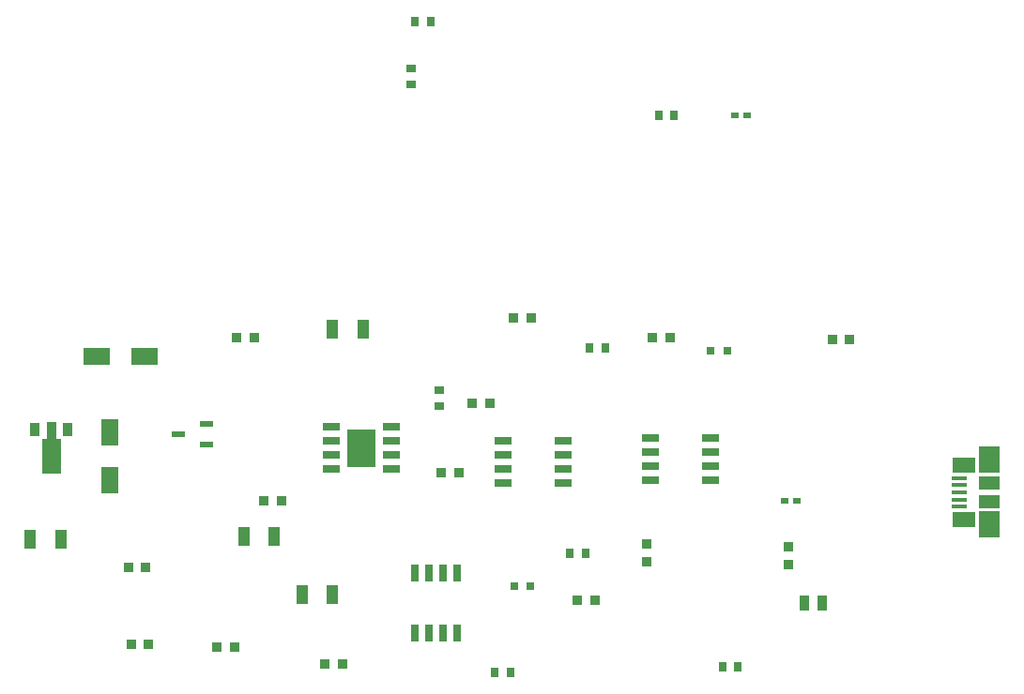
<source format=gtp>
G04 #@! TF.GenerationSoftware,KiCad,Pcbnew,(6.0.2)*
G04 #@! TF.CreationDate,2022-04-23T16:48:43+02:00*
G04 #@! TF.ProjectId,main,6d61696e-2e6b-4696-9361-645f70636258,rev?*
G04 #@! TF.SameCoordinates,Original*
G04 #@! TF.FileFunction,Paste,Top*
G04 #@! TF.FilePolarity,Positive*
%FSLAX46Y46*%
G04 Gerber Fmt 4.6, Leading zero omitted, Abs format (unit mm)*
G04 Created by KiCad (PCBNEW (6.0.2)) date 2022-04-23 16:48:43*
%MOMM*%
%LPD*%
G01*
G04 APERTURE LIST*
G04 Aperture macros list*
%AMFreePoly0*
4,1,9,3.862500,-0.866500,0.737500,-0.866500,0.737500,-0.450000,-0.737500,-0.450000,-0.737500,0.450000,0.737500,0.450000,0.737500,0.866500,3.862500,0.866500,3.862500,-0.866500,3.862500,-0.866500,$1*%
G04 Aperture macros list end*
%ADD10R,0.940000X0.730000*%
%ADD11R,1.050000X1.820000*%
%ADD12R,0.950000X0.900000*%
%ADD13R,1.525000X0.700000*%
%ADD14R,2.513000X3.402000*%
%ADD15R,0.900000X0.950000*%
%ADD16R,0.730000X0.940000*%
%ADD17R,1.525000X0.650000*%
%ADD18R,1.380000X0.450000*%
%ADD19R,2.100000X1.475000*%
%ADD20R,1.900000X1.175000*%
%ADD21R,1.900000X2.375000*%
%ADD22R,1.200000X0.600000*%
%ADD23R,1.550000X2.350000*%
%ADD24R,0.800000X0.800000*%
%ADD25R,0.750000X0.600000*%
%ADD26R,0.650000X1.525000*%
%ADD27R,0.910000X1.390000*%
%ADD28R,2.350000X1.550000*%
%ADD29R,0.900000X1.300000*%
%ADD30FreePoly0,270.000000*%
G04 APERTURE END LIST*
D10*
X128500000Y-99210000D03*
X128500000Y-97790000D03*
D11*
X118860000Y-92250000D03*
X121640000Y-92250000D03*
D12*
X160000000Y-113550000D03*
X160000000Y-111950000D03*
D13*
X124212000Y-104905000D03*
X124212000Y-103635000D03*
X124212000Y-102365000D03*
X124212000Y-101095000D03*
X118788000Y-101095000D03*
X118788000Y-102365000D03*
X118788000Y-103635000D03*
X118788000Y-104905000D03*
D14*
X121500000Y-103000000D03*
D15*
X110200000Y-93000000D03*
X111800000Y-93000000D03*
X163950000Y-93250000D03*
X165550000Y-93250000D03*
X131450000Y-99000000D03*
X133050000Y-99000000D03*
D16*
X140290000Y-112500000D03*
X141710000Y-112500000D03*
D17*
X147538000Y-102095000D03*
X147538000Y-103365000D03*
X147538000Y-104635000D03*
X147538000Y-105905000D03*
X152962000Y-105905000D03*
X152962000Y-104635000D03*
X152962000Y-103365000D03*
X152962000Y-102095000D03*
D18*
X175440000Y-108300000D03*
X175440000Y-107650000D03*
X175440000Y-107000000D03*
X175440000Y-106350000D03*
X175440000Y-105700000D03*
D19*
X175800000Y-104547500D03*
X175800000Y-109452500D03*
D20*
X178100000Y-107837500D03*
X178100000Y-106162500D03*
D21*
X178100000Y-109912500D03*
X178100000Y-104087500D03*
D22*
X107500000Y-102700000D03*
X107500000Y-100800000D03*
X105000000Y-101750000D03*
D15*
X118200000Y-122500000D03*
X119800000Y-122500000D03*
D23*
X98750000Y-101600000D03*
X98750000Y-105900000D03*
D11*
X116110000Y-116250000D03*
X118890000Y-116250000D03*
D24*
X135250000Y-115500000D03*
X136750000Y-115500000D03*
D11*
X113640000Y-111000000D03*
X110860000Y-111000000D03*
D16*
X127710000Y-64500000D03*
X126290000Y-64500000D03*
X142040000Y-94000000D03*
X143460000Y-94000000D03*
D25*
X159700000Y-107750000D03*
X160800000Y-107750000D03*
D15*
X147700000Y-93000000D03*
X149300000Y-93000000D03*
D26*
X126345000Y-119712000D03*
X127615000Y-119712000D03*
X128885000Y-119712000D03*
X130155000Y-119712000D03*
X130155000Y-114288000D03*
X128885000Y-114288000D03*
X127615000Y-114288000D03*
X126345000Y-114288000D03*
D15*
X108450000Y-121000000D03*
X110050000Y-121000000D03*
D16*
X148290000Y-73000000D03*
X149710000Y-73000000D03*
D12*
X147250000Y-113300000D03*
X147250000Y-111700000D03*
D15*
X140950000Y-116750000D03*
X142550000Y-116750000D03*
D10*
X126000000Y-70170000D03*
X126000000Y-68750000D03*
D27*
X161430000Y-117000000D03*
X163070000Y-117000000D03*
D28*
X97600000Y-94750000D03*
X101900000Y-94750000D03*
D11*
X91610000Y-111250000D03*
X94390000Y-111250000D03*
D29*
X95000000Y-101350000D03*
D30*
X93500000Y-101437500D03*
D29*
X92000000Y-101350000D03*
D16*
X133540000Y-123250000D03*
X134960000Y-123250000D03*
D15*
X135200000Y-91250000D03*
X136800000Y-91250000D03*
X112700000Y-107750000D03*
X114300000Y-107750000D03*
D17*
X134288000Y-102345000D03*
X134288000Y-103615000D03*
X134288000Y-104885000D03*
X134288000Y-106155000D03*
X139712000Y-106155000D03*
X139712000Y-104885000D03*
X139712000Y-103615000D03*
X139712000Y-102345000D03*
D15*
X130300000Y-105250000D03*
X128700000Y-105250000D03*
X100500000Y-113750000D03*
X102000000Y-113750000D03*
D25*
X155200000Y-73000000D03*
X156300000Y-73000000D03*
D16*
X154040000Y-122750000D03*
X155460000Y-122750000D03*
D15*
X102250000Y-120750000D03*
X100750000Y-120750000D03*
D24*
X153000000Y-94250000D03*
X154500000Y-94250000D03*
M02*

</source>
